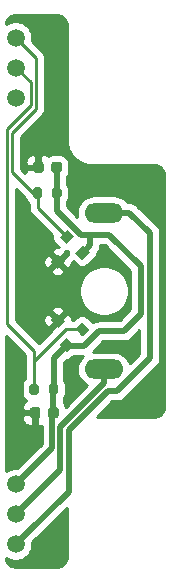
<source format=gbr>
%TF.GenerationSoftware,KiCad,Pcbnew,5.1.9-73d0e3b20d~88~ubuntu20.04.1*%
%TF.CreationDate,2021-04-18T19:13:24-07:00*%
%TF.ProjectId,encoder,656e636f-6465-4722-9e6b-696361645f70,rev?*%
%TF.SameCoordinates,Original*%
%TF.FileFunction,Copper,L1,Top*%
%TF.FilePolarity,Positive*%
%FSLAX46Y46*%
G04 Gerber Fmt 4.6, Leading zero omitted, Abs format (unit mm)*
G04 Created by KiCad (PCBNEW 5.1.9-73d0e3b20d~88~ubuntu20.04.1) date 2021-04-18 19:13:24*
%MOMM*%
%LPD*%
G01*
G04 APERTURE LIST*
%TA.AperFunction,ComponentPad*%
%ADD10O,3.300000X1.650000*%
%TD*%
%TA.AperFunction,ComponentPad*%
%ADD11C,1.520000*%
%TD*%
%TA.AperFunction,SMDPad,CuDef*%
%ADD12C,0.100000*%
%TD*%
%TA.AperFunction,ViaPad*%
%ADD13C,0.800000*%
%TD*%
%TA.AperFunction,Conductor*%
%ADD14C,0.500000*%
%TD*%
%TA.AperFunction,Conductor*%
%ADD15C,0.750000*%
%TD*%
%TA.AperFunction,Conductor*%
%ADD16C,0.250000*%
%TD*%
%TA.AperFunction,Conductor*%
%ADD17C,0.254000*%
%TD*%
%TA.AperFunction,Conductor*%
%ADD18C,0.100000*%
%TD*%
G04 APERTURE END LIST*
D10*
%TO.P,CN1,7*%
%TO.N,/MOTOR-*%
X100000000Y-93374800D03*
%TO.P,CN1,8*%
%TO.N,/MOTOR+*%
X100000000Y-106624800D03*
D11*
%TO.P,CN1,3*%
%TO.N,/GND*%
X92519900Y-83620000D03*
%TO.P,CN1,2*%
%TO.N,/QUADA*%
X92519900Y-81080000D03*
%TO.P,CN1,1*%
%TO.N,/QUADB*%
X92519900Y-78540000D03*
%TO.P,CN1,6*%
%TO.N,/MOTOR-*%
X92519900Y-121460000D03*
%TO.P,CN1,5*%
%TO.N,/MOTOR+*%
X92519900Y-118920000D03*
%TO.P,CN1,4*%
%TO.N,/VCC*%
X92519900Y-116380000D03*
%TD*%
%TO.P,C2,2*%
%TO.N,/GND*%
%TA.AperFunction,SMDPad,CuDef*%
G36*
G01*
X94612580Y-110062200D02*
X94612580Y-110562200D01*
G75*
G02*
X94387580Y-110787200I-225000J0D01*
G01*
X93937580Y-110787200D01*
G75*
G02*
X93712580Y-110562200I0J225000D01*
G01*
X93712580Y-110062200D01*
G75*
G02*
X93937580Y-109837200I225000J0D01*
G01*
X94387580Y-109837200D01*
G75*
G02*
X94612580Y-110062200I0J-225000D01*
G01*
G37*
%TD.AperFunction*%
%TO.P,C2,1*%
%TO.N,/VCC*%
%TA.AperFunction,SMDPad,CuDef*%
G36*
G01*
X96162580Y-110062200D02*
X96162580Y-110562200D01*
G75*
G02*
X95937580Y-110787200I-225000J0D01*
G01*
X95487580Y-110787200D01*
G75*
G02*
X95262580Y-110562200I0J225000D01*
G01*
X95262580Y-110062200D01*
G75*
G02*
X95487580Y-109837200I225000J0D01*
G01*
X95937580Y-109837200D01*
G75*
G02*
X96162580Y-110062200I0J-225000D01*
G01*
G37*
%TD.AperFunction*%
%TD*%
%TO.P,C1,2*%
%TO.N,/GND*%
%TA.AperFunction,SMDPad,CuDef*%
G36*
G01*
X94885000Y-89280000D02*
X94885000Y-89780000D01*
G75*
G02*
X94660000Y-90005000I-225000J0D01*
G01*
X94210000Y-90005000D01*
G75*
G02*
X93985000Y-89780000I0J225000D01*
G01*
X93985000Y-89280000D01*
G75*
G02*
X94210000Y-89055000I225000J0D01*
G01*
X94660000Y-89055000D01*
G75*
G02*
X94885000Y-89280000I0J-225000D01*
G01*
G37*
%TD.AperFunction*%
%TO.P,C1,1*%
%TO.N,/VCC*%
%TA.AperFunction,SMDPad,CuDef*%
G36*
G01*
X96435000Y-89280000D02*
X96435000Y-89780000D01*
G75*
G02*
X96210000Y-90005000I-225000J0D01*
G01*
X95760000Y-90005000D01*
G75*
G02*
X95535000Y-89780000I0J225000D01*
G01*
X95535000Y-89280000D01*
G75*
G02*
X95760000Y-89055000I225000J0D01*
G01*
X96210000Y-89055000D01*
G75*
G02*
X96435000Y-89280000I0J-225000D01*
G01*
G37*
%TD.AperFunction*%
%TD*%
%TO.P,R2,2*%
%TO.N,/QUADB*%
%TA.AperFunction,SMDPad,CuDef*%
G36*
G01*
X94755000Y-91425000D02*
X94755000Y-91975000D01*
G75*
G02*
X94555000Y-92175000I-200000J0D01*
G01*
X94155000Y-92175000D01*
G75*
G02*
X93955000Y-91975000I0J200000D01*
G01*
X93955000Y-91425000D01*
G75*
G02*
X94155000Y-91225000I200000J0D01*
G01*
X94555000Y-91225000D01*
G75*
G02*
X94755000Y-91425000I0J-200000D01*
G01*
G37*
%TD.AperFunction*%
%TO.P,R2,1*%
%TO.N,/VCC*%
%TA.AperFunction,SMDPad,CuDef*%
G36*
G01*
X96405000Y-91425000D02*
X96405000Y-91975000D01*
G75*
G02*
X96205000Y-92175000I-200000J0D01*
G01*
X95805000Y-92175000D01*
G75*
G02*
X95605000Y-91975000I0J200000D01*
G01*
X95605000Y-91425000D01*
G75*
G02*
X95805000Y-91225000I200000J0D01*
G01*
X96205000Y-91225000D01*
G75*
G02*
X96405000Y-91425000I0J-200000D01*
G01*
G37*
%TD.AperFunction*%
%TD*%
%TO.P,R1,2*%
%TO.N,/QUADA*%
%TA.AperFunction,SMDPad,CuDef*%
G36*
G01*
X94465000Y-108045000D02*
X94465000Y-108595000D01*
G75*
G02*
X94265000Y-108795000I-200000J0D01*
G01*
X93865000Y-108795000D01*
G75*
G02*
X93665000Y-108595000I0J200000D01*
G01*
X93665000Y-108045000D01*
G75*
G02*
X93865000Y-107845000I200000J0D01*
G01*
X94265000Y-107845000D01*
G75*
G02*
X94465000Y-108045000I0J-200000D01*
G01*
G37*
%TD.AperFunction*%
%TO.P,R1,1*%
%TO.N,/VCC*%
%TA.AperFunction,SMDPad,CuDef*%
G36*
G01*
X96115000Y-108045000D02*
X96115000Y-108595000D01*
G75*
G02*
X95915000Y-108795000I-200000J0D01*
G01*
X95515000Y-108795000D01*
G75*
G02*
X95315000Y-108595000I0J200000D01*
G01*
X95315000Y-108045000D01*
G75*
G02*
X95515000Y-107845000I200000J0D01*
G01*
X95915000Y-107845000D01*
G75*
G02*
X96115000Y-108045000I0J-200000D01*
G01*
G37*
%TD.AperFunction*%
%TD*%
%TA.AperFunction,SMDPad,CuDef*%
D12*
%TO.P,Q2,3*%
%TO.N,/GND*%
G36*
X96693934Y-102528248D02*
G01*
X96128248Y-103093934D01*
X95491852Y-102457538D01*
X96057538Y-101891852D01*
X96693934Y-102528248D01*
G37*
%TD.AperFunction*%
%TA.AperFunction,SMDPad,CuDef*%
%TO.P,Q2,2*%
%TO.N,/QUADA*%
G36*
X98779899Y-103270710D02*
G01*
X98214213Y-103836396D01*
X97577817Y-103200000D01*
X98143503Y-102634314D01*
X98779899Y-103270710D01*
G37*
%TD.AperFunction*%
%TA.AperFunction,SMDPad,CuDef*%
%TO.P,Q2,1*%
%TO.N,/VCC*%
G36*
X97436396Y-104614213D02*
G01*
X96870710Y-105179899D01*
X96234314Y-104543503D01*
X96800000Y-103977817D01*
X97436396Y-104614213D01*
G37*
%TD.AperFunction*%
%TD*%
%TA.AperFunction,SMDPad,CuDef*%
%TO.P,Q1,3*%
%TO.N,/GND*%
G36*
X96128248Y-96906066D02*
G01*
X96693934Y-97471752D01*
X96057538Y-98108148D01*
X95491852Y-97542462D01*
X96128248Y-96906066D01*
G37*
%TD.AperFunction*%
%TA.AperFunction,SMDPad,CuDef*%
%TO.P,Q1,2*%
%TO.N,/QUADB*%
G36*
X96870710Y-94820101D02*
G01*
X97436396Y-95385787D01*
X96800000Y-96022183D01*
X96234314Y-95456497D01*
X96870710Y-94820101D01*
G37*
%TD.AperFunction*%
%TA.AperFunction,SMDPad,CuDef*%
%TO.P,Q1,1*%
%TO.N,/VCC*%
G36*
X98214213Y-96163604D02*
G01*
X98779899Y-96729290D01*
X98143503Y-97365686D01*
X97577817Y-96800000D01*
X98214213Y-96163604D01*
G37*
%TD.AperFunction*%
%TD*%
D13*
%TO.N,/GND*%
X94600000Y-98500000D03*
X94570000Y-101060000D03*
X93472000Y-122936000D03*
X100584000Y-104648000D03*
X93890002Y-88048002D03*
X93726000Y-112014000D03*
X97282000Y-107442000D03*
%TD*%
D14*
%TO.N,/MOTOR-*%
X100000000Y-93374800D02*
X102150000Y-93374800D01*
X100330000Y-108458000D02*
X96992024Y-111795976D01*
X103886000Y-105684000D02*
X101112000Y-108458000D01*
X103886000Y-95110800D02*
X103886000Y-105684000D01*
X101112000Y-108458000D02*
X100330000Y-108458000D01*
X102150000Y-93374800D02*
X103886000Y-95110800D01*
X96992024Y-111795976D02*
X96992024Y-116987876D01*
X93279899Y-120700001D02*
X92519900Y-121460000D01*
X96992024Y-116987876D02*
X93279899Y-120700001D01*
D15*
%TO.N,/MOTOR+*%
X100029200Y-106625200D02*
X100000000Y-106625200D01*
D14*
X92519900Y-118920000D02*
X96292013Y-115147887D01*
X96292013Y-115147887D02*
X96292013Y-111506022D01*
X96292013Y-111506022D02*
X100000000Y-107798035D01*
X100000000Y-107798035D02*
X100000000Y-106624800D01*
D16*
%TO.N,/QUADB*%
X94380000Y-91725000D02*
X94355000Y-91700000D01*
X94380000Y-92965787D02*
X94380000Y-91725000D01*
X96835355Y-95421142D02*
X94380000Y-92965787D01*
X92202000Y-86614000D02*
X92202000Y-89947000D01*
X94234000Y-84582000D02*
X92202000Y-86614000D01*
X92202000Y-89947000D02*
X93955000Y-91700000D01*
X94234000Y-80254100D02*
X94234000Y-84582000D01*
X93955000Y-91700000D02*
X94355000Y-91700000D01*
X92519900Y-78540000D02*
X94234000Y-80254100D01*
%TO.N,/QUADA*%
X98200000Y-103497057D02*
X98090280Y-103606777D01*
X94065000Y-108320000D02*
X94065000Y-105915000D01*
X96744645Y-103235355D02*
X98178858Y-103235355D01*
X94065000Y-105915000D02*
X96744645Y-103235355D01*
X93783989Y-82344089D02*
X92519900Y-81080000D01*
X93783989Y-84213009D02*
X93783989Y-82344089D01*
X91749991Y-86247007D02*
X93783989Y-84213009D01*
X91749991Y-102799991D02*
X91749991Y-86247007D01*
X94065000Y-105115000D02*
X91749991Y-102799991D01*
X94065000Y-105915000D02*
X94065000Y-105115000D01*
D14*
%TO.N,/GND*%
X94600000Y-98500000D02*
X95124200Y-98500000D01*
X95124200Y-98475800D02*
X95124200Y-98500000D01*
X96092893Y-97507107D02*
X95124200Y-98475800D01*
X96092893Y-102492893D02*
X94660000Y-101060000D01*
X94660000Y-101060000D02*
X94570000Y-101060000D01*
X94435000Y-88593000D02*
X93890002Y-88048002D01*
X94435000Y-89530000D02*
X94435000Y-88593000D01*
X94162580Y-110312200D02*
X94162580Y-111577420D01*
X94162580Y-111577420D02*
X93726000Y-112014000D01*
%TO.N,/VCC*%
X95712580Y-108322420D02*
X95715000Y-108320000D01*
X95712580Y-110312200D02*
X95712580Y-108322420D01*
X96005000Y-89550000D02*
X95985000Y-89530000D01*
X96005000Y-91700000D02*
X96005000Y-89550000D01*
X96005000Y-93211000D02*
X96005000Y-91700000D01*
X98044000Y-95250000D02*
X96005000Y-93211000D01*
X98044000Y-95250000D02*
X99071952Y-95250000D01*
X98806000Y-96137503D02*
X98178858Y-96764645D01*
X98806000Y-95250000D02*
X98806000Y-96137503D01*
X99071952Y-95250000D02*
X98806000Y-95250000D01*
X95715000Y-108320000D02*
X95758000Y-108277000D01*
X95758000Y-108277000D02*
X95758000Y-106426000D01*
X96835355Y-104578858D02*
X95758000Y-105656213D01*
X95758000Y-105656213D02*
X95758000Y-106426000D01*
X99693504Y-95250000D02*
X99071952Y-95250000D01*
X103124000Y-101930200D02*
X103124000Y-97917000D01*
X101676200Y-103378000D02*
X103124000Y-101930200D01*
X99568000Y-103378000D02*
X101676200Y-103378000D01*
X98298000Y-104648000D02*
X99568000Y-103378000D01*
X100457000Y-95250000D02*
X99693504Y-95250000D01*
X96904497Y-104648000D02*
X98298000Y-104648000D01*
X103124000Y-97917000D02*
X100457000Y-95250000D01*
X96835355Y-104578858D02*
X96904497Y-104648000D01*
X95592002Y-113307898D02*
X95592002Y-110432778D01*
X95592002Y-110432778D02*
X95712580Y-110312200D01*
X92519900Y-116380000D02*
X95592002Y-113307898D01*
%TD*%
D17*
%TO.N,/GND*%
X96840000Y-122474659D02*
X96829458Y-122611703D01*
X96825749Y-122659926D01*
X96813954Y-122711036D01*
X96791495Y-122778415D01*
X96759514Y-122855168D01*
X96724904Y-122924388D01*
X96692338Y-122975563D01*
X96646606Y-123032729D01*
X96592665Y-123092663D01*
X96532739Y-123146596D01*
X96475561Y-123192339D01*
X96424388Y-123224904D01*
X96355168Y-123259514D01*
X96278418Y-123291494D01*
X96211037Y-123313954D01*
X96159926Y-123325749D01*
X96111705Y-123329458D01*
X96111703Y-123329458D01*
X95974659Y-123340000D01*
X92525341Y-123340000D01*
X92388296Y-123329458D01*
X92388295Y-123329458D01*
X92340074Y-123325749D01*
X92288964Y-123313954D01*
X92221585Y-123291495D01*
X92144832Y-123259514D01*
X92075612Y-123224904D01*
X92024437Y-123192338D01*
X91967271Y-123146606D01*
X91907337Y-123092665D01*
X91853404Y-123032739D01*
X91807661Y-122975561D01*
X91775096Y-122924388D01*
X91740486Y-122855168D01*
X91708506Y-122778418D01*
X91686046Y-122711037D01*
X91674251Y-122659926D01*
X91670542Y-122611703D01*
X91667179Y-122567982D01*
X91859120Y-122696233D01*
X92112993Y-122801391D01*
X92382504Y-122855000D01*
X92657296Y-122855000D01*
X92926807Y-122801391D01*
X93180680Y-122696233D01*
X93409161Y-122543567D01*
X93603467Y-122349261D01*
X93756133Y-122120780D01*
X93861291Y-121866907D01*
X93914900Y-121597396D01*
X93914900Y-121322604D01*
X93913900Y-121317579D01*
X93936436Y-121295043D01*
X96840000Y-118391478D01*
X96840000Y-122474659D01*
%TA.AperFunction,Conductor*%
D18*
G36*
X96840000Y-122474659D02*
G01*
X96829458Y-122611703D01*
X96825749Y-122659926D01*
X96813954Y-122711036D01*
X96791495Y-122778415D01*
X96759514Y-122855168D01*
X96724904Y-122924388D01*
X96692338Y-122975563D01*
X96646606Y-123032729D01*
X96592665Y-123092663D01*
X96532739Y-123146596D01*
X96475561Y-123192339D01*
X96424388Y-123224904D01*
X96355168Y-123259514D01*
X96278418Y-123291494D01*
X96211037Y-123313954D01*
X96159926Y-123325749D01*
X96111705Y-123329458D01*
X96111703Y-123329458D01*
X95974659Y-123340000D01*
X92525341Y-123340000D01*
X92388296Y-123329458D01*
X92388295Y-123329458D01*
X92340074Y-123325749D01*
X92288964Y-123313954D01*
X92221585Y-123291495D01*
X92144832Y-123259514D01*
X92075612Y-123224904D01*
X92024437Y-123192338D01*
X91967271Y-123146606D01*
X91907337Y-123092665D01*
X91853404Y-123032739D01*
X91807661Y-122975561D01*
X91775096Y-122924388D01*
X91740486Y-122855168D01*
X91708506Y-122778418D01*
X91686046Y-122711037D01*
X91674251Y-122659926D01*
X91670542Y-122611703D01*
X91667179Y-122567982D01*
X91859120Y-122696233D01*
X92112993Y-122801391D01*
X92382504Y-122855000D01*
X92657296Y-122855000D01*
X92926807Y-122801391D01*
X93180680Y-122696233D01*
X93409161Y-122543567D01*
X93603467Y-122349261D01*
X93756133Y-122120780D01*
X93861291Y-121866907D01*
X93914900Y-121597396D01*
X93914900Y-121322604D01*
X93913900Y-121317579D01*
X93936436Y-121295043D01*
X96840000Y-118391478D01*
X96840000Y-122474659D01*
G37*
%TD.AperFunction*%
D17*
X93305000Y-105429802D02*
X93305000Y-105877678D01*
X93301324Y-105915000D01*
X93305000Y-105952322D01*
X93305000Y-105952332D01*
X93305001Y-105952342D01*
X93305000Y-107425635D01*
X93272394Y-107452394D01*
X93168169Y-107579392D01*
X93090722Y-107724284D01*
X93043031Y-107881500D01*
X93026928Y-108045000D01*
X93026928Y-108595000D01*
X93043031Y-108758500D01*
X93090722Y-108915716D01*
X93168169Y-109060608D01*
X93272394Y-109187606D01*
X93394045Y-109287442D01*
X93358086Y-109306663D01*
X93261395Y-109386015D01*
X93182043Y-109482706D01*
X93123078Y-109593020D01*
X93086768Y-109712718D01*
X93074508Y-109837200D01*
X93077580Y-110026450D01*
X93236330Y-110185200D01*
X94035580Y-110185200D01*
X94035580Y-110165200D01*
X94289580Y-110165200D01*
X94289580Y-110185200D01*
X94309580Y-110185200D01*
X94309580Y-110439200D01*
X94289580Y-110439200D01*
X94289580Y-111263450D01*
X94448330Y-111422200D01*
X94612580Y-111425272D01*
X94707003Y-111415972D01*
X94707002Y-112941319D01*
X92662322Y-114986000D01*
X92657296Y-114985000D01*
X92382504Y-114985000D01*
X92112993Y-115038609D01*
X91859120Y-115143767D01*
X91660000Y-115276815D01*
X91660000Y-110787200D01*
X93074508Y-110787200D01*
X93086768Y-110911682D01*
X93123078Y-111031380D01*
X93182043Y-111141694D01*
X93261395Y-111238385D01*
X93358086Y-111317737D01*
X93468400Y-111376702D01*
X93588098Y-111413012D01*
X93712580Y-111425272D01*
X93876830Y-111422200D01*
X94035580Y-111263450D01*
X94035580Y-110439200D01*
X93236330Y-110439200D01*
X93077580Y-110597950D01*
X93074508Y-110787200D01*
X91660000Y-110787200D01*
X91660000Y-103784801D01*
X93305000Y-105429802D01*
%TA.AperFunction,Conductor*%
D18*
G36*
X93305000Y-105429802D02*
G01*
X93305000Y-105877678D01*
X93301324Y-105915000D01*
X93305000Y-105952322D01*
X93305000Y-105952332D01*
X93305001Y-105952342D01*
X93305000Y-107425635D01*
X93272394Y-107452394D01*
X93168169Y-107579392D01*
X93090722Y-107724284D01*
X93043031Y-107881500D01*
X93026928Y-108045000D01*
X93026928Y-108595000D01*
X93043031Y-108758500D01*
X93090722Y-108915716D01*
X93168169Y-109060608D01*
X93272394Y-109187606D01*
X93394045Y-109287442D01*
X93358086Y-109306663D01*
X93261395Y-109386015D01*
X93182043Y-109482706D01*
X93123078Y-109593020D01*
X93086768Y-109712718D01*
X93074508Y-109837200D01*
X93077580Y-110026450D01*
X93236330Y-110185200D01*
X94035580Y-110185200D01*
X94035580Y-110165200D01*
X94289580Y-110165200D01*
X94289580Y-110185200D01*
X94309580Y-110185200D01*
X94309580Y-110439200D01*
X94289580Y-110439200D01*
X94289580Y-111263450D01*
X94448330Y-111422200D01*
X94612580Y-111425272D01*
X94707003Y-111415972D01*
X94707002Y-112941319D01*
X92662322Y-114986000D01*
X92657296Y-114985000D01*
X92382504Y-114985000D01*
X92112993Y-115038609D01*
X91859120Y-115143767D01*
X91660000Y-115276815D01*
X91660000Y-110787200D01*
X93074508Y-110787200D01*
X93086768Y-110911682D01*
X93123078Y-111031380D01*
X93182043Y-111141694D01*
X93261395Y-111238385D01*
X93358086Y-111317737D01*
X93468400Y-111376702D01*
X93588098Y-111413012D01*
X93712580Y-111425272D01*
X93876830Y-111422200D01*
X94035580Y-111263450D01*
X94035580Y-110439200D01*
X93236330Y-110439200D01*
X93077580Y-110597950D01*
X93074508Y-110787200D01*
X91660000Y-110787200D01*
X91660000Y-103784801D01*
X93305000Y-105429802D01*
G37*
%TD.AperFunction*%
D17*
X96111703Y-76670542D02*
X96111705Y-76670542D01*
X96159926Y-76674251D01*
X96211037Y-76686046D01*
X96278418Y-76708506D01*
X96355168Y-76740486D01*
X96424388Y-76775096D01*
X96475561Y-76807661D01*
X96532739Y-76853404D01*
X96592665Y-76907337D01*
X96646606Y-76967271D01*
X96692338Y-77024437D01*
X96724904Y-77075612D01*
X96759514Y-77144832D01*
X96791495Y-77221585D01*
X96813954Y-77288964D01*
X96825749Y-77340074D01*
X96829458Y-77388295D01*
X96829458Y-77388296D01*
X96840001Y-77525354D01*
X96840000Y-87192974D01*
X96839458Y-87218296D01*
X96840000Y-87225342D01*
X96840000Y-87232418D01*
X96842486Y-87257657D01*
X96849458Y-87348295D01*
X96849458Y-87348296D01*
X96858281Y-87462997D01*
X96857115Y-87480190D01*
X96863256Y-87527670D01*
X96864431Y-87542943D01*
X96867415Y-87559827D01*
X96869613Y-87576818D01*
X96873055Y-87591734D01*
X96881390Y-87638889D01*
X96887643Y-87654949D01*
X96906715Y-87737597D01*
X96913618Y-87767954D01*
X96913952Y-87768956D01*
X96914192Y-87769996D01*
X96924196Y-87799688D01*
X96961254Y-87910864D01*
X96968301Y-87933920D01*
X96971493Y-87941580D01*
X96974121Y-87949465D01*
X96983960Y-87971501D01*
X97027045Y-88074906D01*
X97035180Y-88096164D01*
X97039516Y-88104837D01*
X97043239Y-88113771D01*
X97053992Y-88133787D01*
X97081339Y-88188481D01*
X97081778Y-88190055D01*
X97110393Y-88246589D01*
X97124177Y-88274157D01*
X97125043Y-88275532D01*
X97125779Y-88276987D01*
X97142382Y-88303077D01*
X97176082Y-88356613D01*
X97177205Y-88357798D01*
X97180043Y-88362259D01*
X97181259Y-88365301D01*
X97214910Y-88417050D01*
X97230589Y-88441688D01*
X97232599Y-88444252D01*
X97234375Y-88446983D01*
X97252611Y-88469777D01*
X97290703Y-88518366D01*
X97293190Y-88520501D01*
X97326365Y-88561971D01*
X97337739Y-88577419D01*
X97346603Y-88587267D01*
X97354879Y-88597613D01*
X97368271Y-88611343D01*
X97407500Y-88654931D01*
X97408703Y-88656923D01*
X97450885Y-88703138D01*
X97471113Y-88725613D01*
X97472830Y-88727180D01*
X97474387Y-88728886D01*
X97496760Y-88749022D01*
X97543077Y-88791297D01*
X97545069Y-88792500D01*
X97588660Y-88831733D01*
X97602387Y-88845121D01*
X97612725Y-88853392D01*
X97622580Y-88862261D01*
X97638035Y-88873640D01*
X97679500Y-88906812D01*
X97681634Y-88909297D01*
X97730180Y-88947356D01*
X97753016Y-88965625D01*
X97755753Y-88967405D01*
X97758312Y-88969411D01*
X97782930Y-88985077D01*
X97834698Y-89018740D01*
X97837738Y-89019955D01*
X97842202Y-89022795D01*
X97843387Y-89023918D01*
X97896923Y-89057618D01*
X97923013Y-89074221D01*
X97924468Y-89074957D01*
X97925843Y-89075823D01*
X97953411Y-89089607D01*
X98009945Y-89118222D01*
X98011519Y-89118661D01*
X98066213Y-89146008D01*
X98086229Y-89156761D01*
X98095163Y-89160484D01*
X98103836Y-89164820D01*
X98125087Y-89172952D01*
X98228499Y-89216040D01*
X98250535Y-89225879D01*
X98258420Y-89228507D01*
X98266080Y-89231699D01*
X98289133Y-89238745D01*
X98400388Y-89275830D01*
X98430004Y-89285808D01*
X98431041Y-89286047D01*
X98432045Y-89286382D01*
X98462458Y-89293297D01*
X98545052Y-89312357D01*
X98561111Y-89318610D01*
X98608263Y-89326944D01*
X98623181Y-89330387D01*
X98640175Y-89332585D01*
X98657057Y-89335569D01*
X98672329Y-89336744D01*
X98719810Y-89342885D01*
X98737003Y-89341719D01*
X98851703Y-89350542D01*
X98851705Y-89350542D01*
X98942341Y-89357514D01*
X98967581Y-89360000D01*
X98974657Y-89360000D01*
X98981703Y-89360542D01*
X99007025Y-89360000D01*
X104224659Y-89360000D01*
X104361703Y-89370542D01*
X104361705Y-89370542D01*
X104409926Y-89374251D01*
X104461037Y-89386046D01*
X104528418Y-89408506D01*
X104605168Y-89440486D01*
X104674388Y-89475096D01*
X104725561Y-89507661D01*
X104782739Y-89553404D01*
X104842665Y-89607337D01*
X104896606Y-89667271D01*
X104942338Y-89724437D01*
X104974904Y-89775612D01*
X105009514Y-89844832D01*
X105041495Y-89921585D01*
X105063954Y-89988964D01*
X105075749Y-90040074D01*
X105079458Y-90088295D01*
X105079458Y-90088296D01*
X105090001Y-90225354D01*
X105090000Y-109774659D01*
X105079458Y-109911704D01*
X105075749Y-109959926D01*
X105063954Y-110011036D01*
X105041495Y-110078415D01*
X105009514Y-110155168D01*
X104974904Y-110224388D01*
X104942338Y-110275563D01*
X104896606Y-110332729D01*
X104842665Y-110392663D01*
X104782739Y-110446596D01*
X104725561Y-110492339D01*
X104674388Y-110524904D01*
X104605168Y-110559514D01*
X104528418Y-110591494D01*
X104461037Y-110613954D01*
X104409926Y-110625749D01*
X104361705Y-110629458D01*
X104361703Y-110629458D01*
X104224659Y-110640000D01*
X99399579Y-110640000D01*
X100696579Y-109343000D01*
X101068531Y-109343000D01*
X101112000Y-109347281D01*
X101155469Y-109343000D01*
X101155477Y-109343000D01*
X101285490Y-109330195D01*
X101452313Y-109279589D01*
X101606059Y-109197411D01*
X101740817Y-109086817D01*
X101768534Y-109053044D01*
X104481049Y-106340530D01*
X104514817Y-106312817D01*
X104625411Y-106178059D01*
X104707589Y-106024313D01*
X104758195Y-105857490D01*
X104771000Y-105727477D01*
X104771000Y-105727467D01*
X104775281Y-105684001D01*
X104771000Y-105640535D01*
X104771000Y-95154269D01*
X104775281Y-95110800D01*
X104771000Y-95067331D01*
X104771000Y-95067323D01*
X104758195Y-94937310D01*
X104707589Y-94770487D01*
X104625411Y-94616741D01*
X104514817Y-94481983D01*
X104481050Y-94454271D01*
X102806534Y-92779756D01*
X102778817Y-92745983D01*
X102644059Y-92635389D01*
X102490313Y-92553211D01*
X102323490Y-92502605D01*
X102193477Y-92489800D01*
X102193469Y-92489800D01*
X102150000Y-92485519D01*
X102106531Y-92489800D01*
X101987418Y-92489800D01*
X101862371Y-92337429D01*
X101640057Y-92154981D01*
X101386421Y-92019410D01*
X101111210Y-91935925D01*
X100896723Y-91914800D01*
X99103277Y-91914800D01*
X98888790Y-91935925D01*
X98613579Y-92019410D01*
X98359943Y-92154981D01*
X98137629Y-92337429D01*
X97955181Y-92559743D01*
X97819610Y-92813379D01*
X97736125Y-93088590D01*
X97707936Y-93374800D01*
X97736125Y-93661010D01*
X97748986Y-93703408D01*
X96890000Y-92844422D01*
X96890000Y-92455024D01*
X96901831Y-92440608D01*
X96979278Y-92295716D01*
X97026969Y-92138500D01*
X97043072Y-91975000D01*
X97043072Y-91425000D01*
X97026969Y-91261500D01*
X96979278Y-91104284D01*
X96901831Y-90959392D01*
X96890000Y-90944976D01*
X96890000Y-90305335D01*
X96927618Y-90259497D01*
X97007375Y-90110283D01*
X97056488Y-89948377D01*
X97073072Y-89780000D01*
X97073072Y-89280000D01*
X97056488Y-89111623D01*
X97007375Y-88949717D01*
X96927618Y-88800503D01*
X96820284Y-88669716D01*
X96689497Y-88562382D01*
X96540283Y-88482625D01*
X96378377Y-88433512D01*
X96210000Y-88416928D01*
X95760000Y-88416928D01*
X95591623Y-88433512D01*
X95429717Y-88482625D01*
X95283649Y-88560700D01*
X95239494Y-88524463D01*
X95129180Y-88465498D01*
X95009482Y-88429188D01*
X94885000Y-88416928D01*
X94720750Y-88420000D01*
X94562000Y-88578750D01*
X94562000Y-89403000D01*
X94582000Y-89403000D01*
X94582000Y-89657000D01*
X94562000Y-89657000D01*
X94562000Y-89677000D01*
X94308000Y-89677000D01*
X94308000Y-89657000D01*
X93508750Y-89657000D01*
X93350000Y-89815750D01*
X93346928Y-90005000D01*
X93348253Y-90018451D01*
X92962000Y-89632199D01*
X92962000Y-89055000D01*
X93346928Y-89055000D01*
X93350000Y-89244250D01*
X93508750Y-89403000D01*
X94308000Y-89403000D01*
X94308000Y-88578750D01*
X94149250Y-88420000D01*
X93985000Y-88416928D01*
X93860518Y-88429188D01*
X93740820Y-88465498D01*
X93630506Y-88524463D01*
X93533815Y-88603815D01*
X93454463Y-88700506D01*
X93395498Y-88810820D01*
X93359188Y-88930518D01*
X93346928Y-89055000D01*
X92962000Y-89055000D01*
X92962000Y-86928801D01*
X94745003Y-85145799D01*
X94774001Y-85122001D01*
X94800332Y-85089917D01*
X94868974Y-85006277D01*
X94939546Y-84874247D01*
X94954780Y-84824025D01*
X94983003Y-84730986D01*
X94994000Y-84619333D01*
X94994000Y-84619323D01*
X94997676Y-84582000D01*
X94994000Y-84544677D01*
X94994000Y-80291422D01*
X94997676Y-80254099D01*
X94994000Y-80216776D01*
X94994000Y-80216767D01*
X94983003Y-80105114D01*
X94939546Y-79961853D01*
X94868974Y-79829824D01*
X94824993Y-79776233D01*
X94797799Y-79743096D01*
X94797795Y-79743092D01*
X94774001Y-79714099D01*
X94745009Y-79690306D01*
X93884571Y-78829869D01*
X93914900Y-78677396D01*
X93914900Y-78402604D01*
X93861291Y-78133093D01*
X93756133Y-77879220D01*
X93603467Y-77650739D01*
X93409161Y-77456433D01*
X93180680Y-77303767D01*
X92926807Y-77198609D01*
X92657296Y-77145000D01*
X92382504Y-77145000D01*
X92112993Y-77198609D01*
X91859120Y-77303767D01*
X91667179Y-77432018D01*
X91670542Y-77388297D01*
X91670542Y-77388295D01*
X91674251Y-77340074D01*
X91686046Y-77288963D01*
X91708506Y-77221582D01*
X91740486Y-77144832D01*
X91775096Y-77075612D01*
X91807661Y-77024439D01*
X91853404Y-76967261D01*
X91907337Y-76907335D01*
X91967271Y-76853394D01*
X92024437Y-76807662D01*
X92075612Y-76775096D01*
X92144832Y-76740486D01*
X92221585Y-76708505D01*
X92288964Y-76686046D01*
X92340074Y-76674251D01*
X92388295Y-76670542D01*
X92388296Y-76670542D01*
X92525341Y-76660000D01*
X95974659Y-76660000D01*
X96111703Y-76670542D01*
%TA.AperFunction,Conductor*%
D18*
G36*
X96111703Y-76670542D02*
G01*
X96111705Y-76670542D01*
X96159926Y-76674251D01*
X96211037Y-76686046D01*
X96278418Y-76708506D01*
X96355168Y-76740486D01*
X96424388Y-76775096D01*
X96475561Y-76807661D01*
X96532739Y-76853404D01*
X96592665Y-76907337D01*
X96646606Y-76967271D01*
X96692338Y-77024437D01*
X96724904Y-77075612D01*
X96759514Y-77144832D01*
X96791495Y-77221585D01*
X96813954Y-77288964D01*
X96825749Y-77340074D01*
X96829458Y-77388295D01*
X96829458Y-77388296D01*
X96840001Y-77525354D01*
X96840000Y-87192974D01*
X96839458Y-87218296D01*
X96840000Y-87225342D01*
X96840000Y-87232418D01*
X96842486Y-87257657D01*
X96849458Y-87348295D01*
X96849458Y-87348296D01*
X96858281Y-87462997D01*
X96857115Y-87480190D01*
X96863256Y-87527670D01*
X96864431Y-87542943D01*
X96867415Y-87559827D01*
X96869613Y-87576818D01*
X96873055Y-87591734D01*
X96881390Y-87638889D01*
X96887643Y-87654949D01*
X96906715Y-87737597D01*
X96913618Y-87767954D01*
X96913952Y-87768956D01*
X96914192Y-87769996D01*
X96924196Y-87799688D01*
X96961254Y-87910864D01*
X96968301Y-87933920D01*
X96971493Y-87941580D01*
X96974121Y-87949465D01*
X96983960Y-87971501D01*
X97027045Y-88074906D01*
X97035180Y-88096164D01*
X97039516Y-88104837D01*
X97043239Y-88113771D01*
X97053992Y-88133787D01*
X97081339Y-88188481D01*
X97081778Y-88190055D01*
X97110393Y-88246589D01*
X97124177Y-88274157D01*
X97125043Y-88275532D01*
X97125779Y-88276987D01*
X97142382Y-88303077D01*
X97176082Y-88356613D01*
X97177205Y-88357798D01*
X97180043Y-88362259D01*
X97181259Y-88365301D01*
X97214910Y-88417050D01*
X97230589Y-88441688D01*
X97232599Y-88444252D01*
X97234375Y-88446983D01*
X97252611Y-88469777D01*
X97290703Y-88518366D01*
X97293190Y-88520501D01*
X97326365Y-88561971D01*
X97337739Y-88577419D01*
X97346603Y-88587267D01*
X97354879Y-88597613D01*
X97368271Y-88611343D01*
X97407500Y-88654931D01*
X97408703Y-88656923D01*
X97450885Y-88703138D01*
X97471113Y-88725613D01*
X97472830Y-88727180D01*
X97474387Y-88728886D01*
X97496760Y-88749022D01*
X97543077Y-88791297D01*
X97545069Y-88792500D01*
X97588660Y-88831733D01*
X97602387Y-88845121D01*
X97612725Y-88853392D01*
X97622580Y-88862261D01*
X97638035Y-88873640D01*
X97679500Y-88906812D01*
X97681634Y-88909297D01*
X97730180Y-88947356D01*
X97753016Y-88965625D01*
X97755753Y-88967405D01*
X97758312Y-88969411D01*
X97782930Y-88985077D01*
X97834698Y-89018740D01*
X97837738Y-89019955D01*
X97842202Y-89022795D01*
X97843387Y-89023918D01*
X97896923Y-89057618D01*
X97923013Y-89074221D01*
X97924468Y-89074957D01*
X97925843Y-89075823D01*
X97953411Y-89089607D01*
X98009945Y-89118222D01*
X98011519Y-89118661D01*
X98066213Y-89146008D01*
X98086229Y-89156761D01*
X98095163Y-89160484D01*
X98103836Y-89164820D01*
X98125087Y-89172952D01*
X98228499Y-89216040D01*
X98250535Y-89225879D01*
X98258420Y-89228507D01*
X98266080Y-89231699D01*
X98289133Y-89238745D01*
X98400388Y-89275830D01*
X98430004Y-89285808D01*
X98431041Y-89286047D01*
X98432045Y-89286382D01*
X98462458Y-89293297D01*
X98545052Y-89312357D01*
X98561111Y-89318610D01*
X98608263Y-89326944D01*
X98623181Y-89330387D01*
X98640175Y-89332585D01*
X98657057Y-89335569D01*
X98672329Y-89336744D01*
X98719810Y-89342885D01*
X98737003Y-89341719D01*
X98851703Y-89350542D01*
X98851705Y-89350542D01*
X98942341Y-89357514D01*
X98967581Y-89360000D01*
X98974657Y-89360000D01*
X98981703Y-89360542D01*
X99007025Y-89360000D01*
X104224659Y-89360000D01*
X104361703Y-89370542D01*
X104361705Y-89370542D01*
X104409926Y-89374251D01*
X104461037Y-89386046D01*
X104528418Y-89408506D01*
X104605168Y-89440486D01*
X104674388Y-89475096D01*
X104725561Y-89507661D01*
X104782739Y-89553404D01*
X104842665Y-89607337D01*
X104896606Y-89667271D01*
X104942338Y-89724437D01*
X104974904Y-89775612D01*
X105009514Y-89844832D01*
X105041495Y-89921585D01*
X105063954Y-89988964D01*
X105075749Y-90040074D01*
X105079458Y-90088295D01*
X105079458Y-90088296D01*
X105090001Y-90225354D01*
X105090000Y-109774659D01*
X105079458Y-109911704D01*
X105075749Y-109959926D01*
X105063954Y-110011036D01*
X105041495Y-110078415D01*
X105009514Y-110155168D01*
X104974904Y-110224388D01*
X104942338Y-110275563D01*
X104896606Y-110332729D01*
X104842665Y-110392663D01*
X104782739Y-110446596D01*
X104725561Y-110492339D01*
X104674388Y-110524904D01*
X104605168Y-110559514D01*
X104528418Y-110591494D01*
X104461037Y-110613954D01*
X104409926Y-110625749D01*
X104361705Y-110629458D01*
X104361703Y-110629458D01*
X104224659Y-110640000D01*
X99399579Y-110640000D01*
X100696579Y-109343000D01*
X101068531Y-109343000D01*
X101112000Y-109347281D01*
X101155469Y-109343000D01*
X101155477Y-109343000D01*
X101285490Y-109330195D01*
X101452313Y-109279589D01*
X101606059Y-109197411D01*
X101740817Y-109086817D01*
X101768534Y-109053044D01*
X104481049Y-106340530D01*
X104514817Y-106312817D01*
X104625411Y-106178059D01*
X104707589Y-106024313D01*
X104758195Y-105857490D01*
X104771000Y-105727477D01*
X104771000Y-105727467D01*
X104775281Y-105684001D01*
X104771000Y-105640535D01*
X104771000Y-95154269D01*
X104775281Y-95110800D01*
X104771000Y-95067331D01*
X104771000Y-95067323D01*
X104758195Y-94937310D01*
X104707589Y-94770487D01*
X104625411Y-94616741D01*
X104514817Y-94481983D01*
X104481050Y-94454271D01*
X102806534Y-92779756D01*
X102778817Y-92745983D01*
X102644059Y-92635389D01*
X102490313Y-92553211D01*
X102323490Y-92502605D01*
X102193477Y-92489800D01*
X102193469Y-92489800D01*
X102150000Y-92485519D01*
X102106531Y-92489800D01*
X101987418Y-92489800D01*
X101862371Y-92337429D01*
X101640057Y-92154981D01*
X101386421Y-92019410D01*
X101111210Y-91935925D01*
X100896723Y-91914800D01*
X99103277Y-91914800D01*
X98888790Y-91935925D01*
X98613579Y-92019410D01*
X98359943Y-92154981D01*
X98137629Y-92337429D01*
X97955181Y-92559743D01*
X97819610Y-92813379D01*
X97736125Y-93088590D01*
X97707936Y-93374800D01*
X97736125Y-93661010D01*
X97748986Y-93703408D01*
X96890000Y-92844422D01*
X96890000Y-92455024D01*
X96901831Y-92440608D01*
X96979278Y-92295716D01*
X97026969Y-92138500D01*
X97043072Y-91975000D01*
X97043072Y-91425000D01*
X97026969Y-91261500D01*
X96979278Y-91104284D01*
X96901831Y-90959392D01*
X96890000Y-90944976D01*
X96890000Y-90305335D01*
X96927618Y-90259497D01*
X97007375Y-90110283D01*
X97056488Y-89948377D01*
X97073072Y-89780000D01*
X97073072Y-89280000D01*
X97056488Y-89111623D01*
X97007375Y-88949717D01*
X96927618Y-88800503D01*
X96820284Y-88669716D01*
X96689497Y-88562382D01*
X96540283Y-88482625D01*
X96378377Y-88433512D01*
X96210000Y-88416928D01*
X95760000Y-88416928D01*
X95591623Y-88433512D01*
X95429717Y-88482625D01*
X95283649Y-88560700D01*
X95239494Y-88524463D01*
X95129180Y-88465498D01*
X95009482Y-88429188D01*
X94885000Y-88416928D01*
X94720750Y-88420000D01*
X94562000Y-88578750D01*
X94562000Y-89403000D01*
X94582000Y-89403000D01*
X94582000Y-89657000D01*
X94562000Y-89657000D01*
X94562000Y-89677000D01*
X94308000Y-89677000D01*
X94308000Y-89657000D01*
X93508750Y-89657000D01*
X93350000Y-89815750D01*
X93346928Y-90005000D01*
X93348253Y-90018451D01*
X92962000Y-89632199D01*
X92962000Y-89055000D01*
X93346928Y-89055000D01*
X93350000Y-89244250D01*
X93508750Y-89403000D01*
X94308000Y-89403000D01*
X94308000Y-88578750D01*
X94149250Y-88420000D01*
X93985000Y-88416928D01*
X93860518Y-88429188D01*
X93740820Y-88465498D01*
X93630506Y-88524463D01*
X93533815Y-88603815D01*
X93454463Y-88700506D01*
X93395498Y-88810820D01*
X93359188Y-88930518D01*
X93346928Y-89055000D01*
X92962000Y-89055000D01*
X92962000Y-86928801D01*
X94745003Y-85145799D01*
X94774001Y-85122001D01*
X94800332Y-85089917D01*
X94868974Y-85006277D01*
X94939546Y-84874247D01*
X94954780Y-84824025D01*
X94983003Y-84730986D01*
X94994000Y-84619333D01*
X94994000Y-84619323D01*
X94997676Y-84582000D01*
X94994000Y-84544677D01*
X94994000Y-80291422D01*
X94997676Y-80254099D01*
X94994000Y-80216776D01*
X94994000Y-80216767D01*
X94983003Y-80105114D01*
X94939546Y-79961853D01*
X94868974Y-79829824D01*
X94824993Y-79776233D01*
X94797799Y-79743096D01*
X94797795Y-79743092D01*
X94774001Y-79714099D01*
X94745009Y-79690306D01*
X93884571Y-78829869D01*
X93914900Y-78677396D01*
X93914900Y-78402604D01*
X93861291Y-78133093D01*
X93756133Y-77879220D01*
X93603467Y-77650739D01*
X93409161Y-77456433D01*
X93180680Y-77303767D01*
X92926807Y-77198609D01*
X92657296Y-77145000D01*
X92382504Y-77145000D01*
X92112993Y-77198609D01*
X91859120Y-77303767D01*
X91667179Y-77432018D01*
X91670542Y-77388297D01*
X91670542Y-77388295D01*
X91674251Y-77340074D01*
X91686046Y-77288963D01*
X91708506Y-77221582D01*
X91740486Y-77144832D01*
X91775096Y-77075612D01*
X91807661Y-77024439D01*
X91853404Y-76967261D01*
X91907337Y-76907335D01*
X91967271Y-76853394D01*
X92024437Y-76807662D01*
X92075612Y-76775096D01*
X92144832Y-76740486D01*
X92221585Y-76708505D01*
X92288964Y-76686046D01*
X92340074Y-76674251D01*
X92388295Y-76670542D01*
X92388296Y-76670542D01*
X92525341Y-76660000D01*
X95974659Y-76660000D01*
X96111703Y-76670542D01*
G37*
%TD.AperFunction*%
D17*
X98137629Y-105587429D02*
X97955181Y-105809743D01*
X97819610Y-106063379D01*
X97736125Y-106338590D01*
X97707936Y-106624800D01*
X97736125Y-106911010D01*
X97819610Y-107186221D01*
X97955181Y-107439857D01*
X98137629Y-107662171D01*
X98359943Y-107844619D01*
X98582747Y-107963710D01*
X96753478Y-109792979D01*
X96734955Y-109731917D01*
X96655198Y-109582703D01*
X96597580Y-109512495D01*
X96597580Y-109077973D01*
X96611831Y-109060608D01*
X96689278Y-108915716D01*
X96736969Y-108758500D01*
X96753072Y-108595000D01*
X96753072Y-108045000D01*
X96736969Y-107881500D01*
X96689278Y-107724284D01*
X96643000Y-107637705D01*
X96643000Y-106022791D01*
X96849873Y-105815919D01*
X96870710Y-105817971D01*
X96995192Y-105805711D01*
X97114890Y-105769401D01*
X97225204Y-105710436D01*
X97321895Y-105631084D01*
X97419979Y-105533000D01*
X98203951Y-105533000D01*
X98137629Y-105587429D01*
%TA.AperFunction,Conductor*%
D18*
G36*
X98137629Y-105587429D02*
G01*
X97955181Y-105809743D01*
X97819610Y-106063379D01*
X97736125Y-106338590D01*
X97707936Y-106624800D01*
X97736125Y-106911010D01*
X97819610Y-107186221D01*
X97955181Y-107439857D01*
X98137629Y-107662171D01*
X98359943Y-107844619D01*
X98582747Y-107963710D01*
X96753478Y-109792979D01*
X96734955Y-109731917D01*
X96655198Y-109582703D01*
X96597580Y-109512495D01*
X96597580Y-109077973D01*
X96611831Y-109060608D01*
X96689278Y-108915716D01*
X96736969Y-108758500D01*
X96753072Y-108595000D01*
X96753072Y-108045000D01*
X96736969Y-107881500D01*
X96689278Y-107724284D01*
X96643000Y-107637705D01*
X96643000Y-106022791D01*
X96849873Y-105815919D01*
X96870710Y-105817971D01*
X96995192Y-105805711D01*
X97114890Y-105769401D01*
X97225204Y-105710436D01*
X97321895Y-105631084D01*
X97419979Y-105533000D01*
X98203951Y-105533000D01*
X98137629Y-105587429D01*
G37*
%TD.AperFunction*%
D17*
X103001001Y-105317420D02*
X102197765Y-106120656D01*
X102180390Y-106063379D01*
X102044819Y-105809743D01*
X101862371Y-105587429D01*
X101640057Y-105404981D01*
X101386421Y-105269410D01*
X101111210Y-105185925D01*
X100896723Y-105164800D01*
X99103277Y-105164800D01*
X99025076Y-105172502D01*
X99934579Y-104263000D01*
X101632731Y-104263000D01*
X101676200Y-104267281D01*
X101719669Y-104263000D01*
X101719677Y-104263000D01*
X101849690Y-104250195D01*
X102016513Y-104199589D01*
X102170259Y-104117411D01*
X102305017Y-104006817D01*
X102332734Y-103973044D01*
X103001001Y-103304778D01*
X103001001Y-105317420D01*
%TA.AperFunction,Conductor*%
D18*
G36*
X103001001Y-105317420D02*
G01*
X102197765Y-106120656D01*
X102180390Y-106063379D01*
X102044819Y-105809743D01*
X101862371Y-105587429D01*
X101640057Y-105404981D01*
X101386421Y-105269410D01*
X101111210Y-105185925D01*
X100896723Y-105164800D01*
X99103277Y-105164800D01*
X99025076Y-105172502D01*
X99934579Y-104263000D01*
X101632731Y-104263000D01*
X101676200Y-104267281D01*
X101719669Y-104263000D01*
X101719677Y-104263000D01*
X101849690Y-104250195D01*
X102016513Y-104199589D01*
X102170259Y-104117411D01*
X102305017Y-104006817D01*
X102332734Y-103973044D01*
X103001001Y-103304778D01*
X103001001Y-105317420D01*
G37*
%TD.AperFunction*%
D17*
X93339272Y-92159075D02*
X93380722Y-92295716D01*
X93458169Y-92440608D01*
X93562394Y-92567606D01*
X93620000Y-92614882D01*
X93620000Y-92928464D01*
X93616324Y-92965787D01*
X93620000Y-93003109D01*
X93620000Y-93003119D01*
X93630997Y-93114772D01*
X93657248Y-93201310D01*
X93674454Y-93258033D01*
X93745026Y-93390063D01*
X93784871Y-93438613D01*
X93839999Y-93505788D01*
X93869003Y-93529591D01*
X95623147Y-95283736D01*
X95608502Y-95332015D01*
X95596242Y-95456497D01*
X95608502Y-95580979D01*
X95644812Y-95700677D01*
X95703777Y-95810991D01*
X95783129Y-95907682D01*
X96145101Y-96269654D01*
X96128248Y-96267994D01*
X96003767Y-96280255D01*
X95884069Y-96316564D01*
X95773754Y-96375528D01*
X95677063Y-96454881D01*
X95563093Y-96573196D01*
X95563093Y-96797702D01*
X96092893Y-97327502D01*
X96658048Y-96762347D01*
X96658048Y-96642696D01*
X96675518Y-96647995D01*
X96800000Y-96660255D01*
X96924482Y-96647995D01*
X96963989Y-96636011D01*
X96952005Y-96675518D01*
X96939745Y-96800000D01*
X96952005Y-96924482D01*
X96957304Y-96941952D01*
X96837653Y-96941952D01*
X96272498Y-97507107D01*
X96802298Y-98036907D01*
X97026804Y-98036907D01*
X97145119Y-97922937D01*
X97224472Y-97826246D01*
X97283436Y-97715931D01*
X97319745Y-97596233D01*
X97332006Y-97471752D01*
X97330346Y-97454899D01*
X97692318Y-97816871D01*
X97789009Y-97896223D01*
X97899323Y-97955188D01*
X98019021Y-97991498D01*
X98143503Y-98003758D01*
X98267985Y-97991498D01*
X98387683Y-97955188D01*
X98497997Y-97896223D01*
X98594688Y-97816871D01*
X99231084Y-97180475D01*
X99310436Y-97083784D01*
X99369401Y-96973470D01*
X99405711Y-96853772D01*
X99412522Y-96784617D01*
X99434817Y-96766320D01*
X99545411Y-96631562D01*
X99627589Y-96477816D01*
X99678195Y-96310993D01*
X99691000Y-96180980D01*
X99691000Y-96180972D01*
X99695281Y-96137503D01*
X99695034Y-96135000D01*
X100090422Y-96135000D01*
X102239001Y-98283580D01*
X102239000Y-101563621D01*
X101309622Y-102493000D01*
X99611465Y-102493000D01*
X99567999Y-102488719D01*
X99524533Y-102493000D01*
X99524523Y-102493000D01*
X99394510Y-102505805D01*
X99227687Y-102556411D01*
X99073941Y-102638589D01*
X99073939Y-102638590D01*
X99073940Y-102638590D01*
X99060873Y-102649314D01*
X98594688Y-102183129D01*
X98497997Y-102103777D01*
X98387683Y-102044812D01*
X98267985Y-102008502D01*
X98143503Y-101996242D01*
X98019021Y-102008502D01*
X97899323Y-102044812D01*
X97789009Y-102103777D01*
X97692318Y-102183129D01*
X97400092Y-102475355D01*
X97326796Y-102475355D01*
X97319745Y-102403767D01*
X97283436Y-102284069D01*
X97224472Y-102173754D01*
X97145119Y-102077063D01*
X97026804Y-101963093D01*
X96802298Y-101963093D01*
X96272498Y-102492893D01*
X96286641Y-102507036D01*
X96107036Y-102686641D01*
X96092893Y-102672498D01*
X95563093Y-103202298D01*
X95563093Y-103342105D01*
X94465000Y-104440198D01*
X92509991Y-102485190D01*
X92509991Y-102457538D01*
X94853780Y-102457538D01*
X94866041Y-102582019D01*
X94902350Y-102701717D01*
X94961314Y-102812032D01*
X95040667Y-102908723D01*
X95158982Y-103022693D01*
X95383488Y-103022693D01*
X95913288Y-102492893D01*
X95348133Y-101927738D01*
X95123626Y-101927738D01*
X95040667Y-102006353D01*
X94961314Y-102103044D01*
X94902350Y-102213358D01*
X94866041Y-102333056D01*
X94853780Y-102457538D01*
X92509991Y-102457538D01*
X92509991Y-101523626D01*
X95527738Y-101523626D01*
X95527738Y-101748133D01*
X96092893Y-102313288D01*
X96622693Y-101783488D01*
X96622693Y-101558982D01*
X96508723Y-101440667D01*
X96412032Y-101361314D01*
X96301717Y-101302350D01*
X96182019Y-101266041D01*
X96057538Y-101253780D01*
X95933056Y-101266041D01*
X95813358Y-101302350D01*
X95703044Y-101361314D01*
X95606353Y-101440667D01*
X95527738Y-101523626D01*
X92509991Y-101523626D01*
X92509991Y-99789721D01*
X97865000Y-99789721D01*
X97865000Y-100210279D01*
X97947047Y-100622756D01*
X98107988Y-101011302D01*
X98341637Y-101360983D01*
X98639017Y-101658363D01*
X98988698Y-101892012D01*
X99377244Y-102052953D01*
X99789721Y-102135000D01*
X100210279Y-102135000D01*
X100622756Y-102052953D01*
X101011302Y-101892012D01*
X101360983Y-101658363D01*
X101658363Y-101360983D01*
X101892012Y-101011302D01*
X102052953Y-100622756D01*
X102135000Y-100210279D01*
X102135000Y-99789721D01*
X102052953Y-99377244D01*
X101892012Y-98988698D01*
X101658363Y-98639017D01*
X101360983Y-98341637D01*
X101011302Y-98107988D01*
X100622756Y-97947047D01*
X100210279Y-97865000D01*
X99789721Y-97865000D01*
X99377244Y-97947047D01*
X98988698Y-98107988D01*
X98639017Y-98341637D01*
X98341637Y-98639017D01*
X98107988Y-98988698D01*
X97947047Y-99377244D01*
X97865000Y-99789721D01*
X92509991Y-99789721D01*
X92509991Y-98251867D01*
X95527738Y-98251867D01*
X95527738Y-98476374D01*
X95606353Y-98559333D01*
X95703044Y-98638686D01*
X95813358Y-98697650D01*
X95933056Y-98733959D01*
X96057538Y-98746220D01*
X96182019Y-98733959D01*
X96301717Y-98697650D01*
X96412032Y-98638686D01*
X96508723Y-98559333D01*
X96622693Y-98441018D01*
X96622693Y-98216512D01*
X96092893Y-97686712D01*
X95527738Y-98251867D01*
X92509991Y-98251867D01*
X92509991Y-97542462D01*
X94853780Y-97542462D01*
X94866041Y-97666944D01*
X94902350Y-97786642D01*
X94961314Y-97896956D01*
X95040667Y-97993647D01*
X95123626Y-98072262D01*
X95348133Y-98072262D01*
X95913288Y-97507107D01*
X95383488Y-96977307D01*
X95158982Y-96977307D01*
X95040667Y-97091277D01*
X94961314Y-97187968D01*
X94902350Y-97298283D01*
X94866041Y-97417981D01*
X94853780Y-97542462D01*
X92509991Y-97542462D01*
X92509991Y-91329793D01*
X93339272Y-92159075D01*
%TA.AperFunction,Conductor*%
D18*
G36*
X93339272Y-92159075D02*
G01*
X93380722Y-92295716D01*
X93458169Y-92440608D01*
X93562394Y-92567606D01*
X93620000Y-92614882D01*
X93620000Y-92928464D01*
X93616324Y-92965787D01*
X93620000Y-93003109D01*
X93620000Y-93003119D01*
X93630997Y-93114772D01*
X93657248Y-93201310D01*
X93674454Y-93258033D01*
X93745026Y-93390063D01*
X93784871Y-93438613D01*
X93839999Y-93505788D01*
X93869003Y-93529591D01*
X95623147Y-95283736D01*
X95608502Y-95332015D01*
X95596242Y-95456497D01*
X95608502Y-95580979D01*
X95644812Y-95700677D01*
X95703777Y-95810991D01*
X95783129Y-95907682D01*
X96145101Y-96269654D01*
X96128248Y-96267994D01*
X96003767Y-96280255D01*
X95884069Y-96316564D01*
X95773754Y-96375528D01*
X95677063Y-96454881D01*
X95563093Y-96573196D01*
X95563093Y-96797702D01*
X96092893Y-97327502D01*
X96658048Y-96762347D01*
X96658048Y-96642696D01*
X96675518Y-96647995D01*
X96800000Y-96660255D01*
X96924482Y-96647995D01*
X96963989Y-96636011D01*
X96952005Y-96675518D01*
X96939745Y-96800000D01*
X96952005Y-96924482D01*
X96957304Y-96941952D01*
X96837653Y-96941952D01*
X96272498Y-97507107D01*
X96802298Y-98036907D01*
X97026804Y-98036907D01*
X97145119Y-97922937D01*
X97224472Y-97826246D01*
X97283436Y-97715931D01*
X97319745Y-97596233D01*
X97332006Y-97471752D01*
X97330346Y-97454899D01*
X97692318Y-97816871D01*
X97789009Y-97896223D01*
X97899323Y-97955188D01*
X98019021Y-97991498D01*
X98143503Y-98003758D01*
X98267985Y-97991498D01*
X98387683Y-97955188D01*
X98497997Y-97896223D01*
X98594688Y-97816871D01*
X99231084Y-97180475D01*
X99310436Y-97083784D01*
X99369401Y-96973470D01*
X99405711Y-96853772D01*
X99412522Y-96784617D01*
X99434817Y-96766320D01*
X99545411Y-96631562D01*
X99627589Y-96477816D01*
X99678195Y-96310993D01*
X99691000Y-96180980D01*
X99691000Y-96180972D01*
X99695281Y-96137503D01*
X99695034Y-96135000D01*
X100090422Y-96135000D01*
X102239001Y-98283580D01*
X102239000Y-101563621D01*
X101309622Y-102493000D01*
X99611465Y-102493000D01*
X99567999Y-102488719D01*
X99524533Y-102493000D01*
X99524523Y-102493000D01*
X99394510Y-102505805D01*
X99227687Y-102556411D01*
X99073941Y-102638589D01*
X99073939Y-102638590D01*
X99073940Y-102638590D01*
X99060873Y-102649314D01*
X98594688Y-102183129D01*
X98497997Y-102103777D01*
X98387683Y-102044812D01*
X98267985Y-102008502D01*
X98143503Y-101996242D01*
X98019021Y-102008502D01*
X97899323Y-102044812D01*
X97789009Y-102103777D01*
X97692318Y-102183129D01*
X97400092Y-102475355D01*
X97326796Y-102475355D01*
X97319745Y-102403767D01*
X97283436Y-102284069D01*
X97224472Y-102173754D01*
X97145119Y-102077063D01*
X97026804Y-101963093D01*
X96802298Y-101963093D01*
X96272498Y-102492893D01*
X96286641Y-102507036D01*
X96107036Y-102686641D01*
X96092893Y-102672498D01*
X95563093Y-103202298D01*
X95563093Y-103342105D01*
X94465000Y-104440198D01*
X92509991Y-102485190D01*
X92509991Y-102457538D01*
X94853780Y-102457538D01*
X94866041Y-102582019D01*
X94902350Y-102701717D01*
X94961314Y-102812032D01*
X95040667Y-102908723D01*
X95158982Y-103022693D01*
X95383488Y-103022693D01*
X95913288Y-102492893D01*
X95348133Y-101927738D01*
X95123626Y-101927738D01*
X95040667Y-102006353D01*
X94961314Y-102103044D01*
X94902350Y-102213358D01*
X94866041Y-102333056D01*
X94853780Y-102457538D01*
X92509991Y-102457538D01*
X92509991Y-101523626D01*
X95527738Y-101523626D01*
X95527738Y-101748133D01*
X96092893Y-102313288D01*
X96622693Y-101783488D01*
X96622693Y-101558982D01*
X96508723Y-101440667D01*
X96412032Y-101361314D01*
X96301717Y-101302350D01*
X96182019Y-101266041D01*
X96057538Y-101253780D01*
X95933056Y-101266041D01*
X95813358Y-101302350D01*
X95703044Y-101361314D01*
X95606353Y-101440667D01*
X95527738Y-101523626D01*
X92509991Y-101523626D01*
X92509991Y-99789721D01*
X97865000Y-99789721D01*
X97865000Y-100210279D01*
X97947047Y-100622756D01*
X98107988Y-101011302D01*
X98341637Y-101360983D01*
X98639017Y-101658363D01*
X98988698Y-101892012D01*
X99377244Y-102052953D01*
X99789721Y-102135000D01*
X100210279Y-102135000D01*
X100622756Y-102052953D01*
X101011302Y-101892012D01*
X101360983Y-101658363D01*
X101658363Y-101360983D01*
X101892012Y-101011302D01*
X102052953Y-100622756D01*
X102135000Y-100210279D01*
X102135000Y-99789721D01*
X102052953Y-99377244D01*
X101892012Y-98988698D01*
X101658363Y-98639017D01*
X101360983Y-98341637D01*
X101011302Y-98107988D01*
X100622756Y-97947047D01*
X100210279Y-97865000D01*
X99789721Y-97865000D01*
X99377244Y-97947047D01*
X98988698Y-98107988D01*
X98639017Y-98341637D01*
X98341637Y-98639017D01*
X98107988Y-98988698D01*
X97947047Y-99377244D01*
X97865000Y-99789721D01*
X92509991Y-99789721D01*
X92509991Y-98251867D01*
X95527738Y-98251867D01*
X95527738Y-98476374D01*
X95606353Y-98559333D01*
X95703044Y-98638686D01*
X95813358Y-98697650D01*
X95933056Y-98733959D01*
X96057538Y-98746220D01*
X96182019Y-98733959D01*
X96301717Y-98697650D01*
X96412032Y-98638686D01*
X96508723Y-98559333D01*
X96622693Y-98441018D01*
X96622693Y-98216512D01*
X96092893Y-97686712D01*
X95527738Y-98251867D01*
X92509991Y-98251867D01*
X92509991Y-97542462D01*
X94853780Y-97542462D01*
X94866041Y-97666944D01*
X94902350Y-97786642D01*
X94961314Y-97896956D01*
X95040667Y-97993647D01*
X95123626Y-98072262D01*
X95348133Y-98072262D01*
X95913288Y-97507107D01*
X95383488Y-96977307D01*
X95158982Y-96977307D01*
X95040667Y-97091277D01*
X94961314Y-97187968D01*
X94902350Y-97298283D01*
X94866041Y-97417981D01*
X94853780Y-97542462D01*
X92509991Y-97542462D01*
X92509991Y-91329793D01*
X93339272Y-92159075D01*
G37*
%TD.AperFunction*%
D17*
X92519900Y-83440395D02*
X92534043Y-83426253D01*
X92713648Y-83605858D01*
X92699505Y-83620000D01*
X92713648Y-83634142D01*
X92534042Y-83813748D01*
X92519900Y-83799605D01*
X92505758Y-83813748D01*
X92326152Y-83634142D01*
X92340295Y-83620000D01*
X92326152Y-83605858D01*
X92505758Y-83426252D01*
X92519900Y-83440395D01*
%TA.AperFunction,Conductor*%
D18*
G36*
X92519900Y-83440395D02*
G01*
X92534043Y-83426253D01*
X92713648Y-83605858D01*
X92699505Y-83620000D01*
X92713648Y-83634142D01*
X92534042Y-83813748D01*
X92519900Y-83799605D01*
X92505758Y-83813748D01*
X92326152Y-83634142D01*
X92340295Y-83620000D01*
X92326152Y-83605858D01*
X92505758Y-83426252D01*
X92519900Y-83440395D01*
G37*
%TD.AperFunction*%
%TD*%
M02*

</source>
